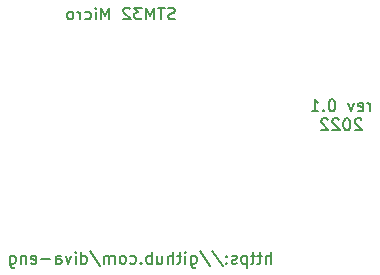
<source format=gbr>
%TF.GenerationSoftware,KiCad,Pcbnew,(6.0.5)*%
%TF.CreationDate,2022-05-28T10:37:04-07:00*%
%TF.ProjectId,stm32,73746d33-322e-46b6-9963-61645f706362,rev?*%
%TF.SameCoordinates,Original*%
%TF.FileFunction,Legend,Bot*%
%TF.FilePolarity,Positive*%
%FSLAX46Y46*%
G04 Gerber Fmt 4.6, Leading zero omitted, Abs format (unit mm)*
G04 Created by KiCad (PCBNEW (6.0.5)) date 2022-05-28 10:37:04*
%MOMM*%
%LPD*%
G01*
G04 APERTURE LIST*
%ADD10C,0.150000*%
%ADD11R,1.700000X1.700000*%
%ADD12O,1.700000X1.700000*%
%ADD13C,0.900000*%
%ADD14C,2.200000*%
%ADD15C,0.600000*%
%ADD16O,1.700000X0.900000*%
%ADD17O,2.000000X0.900000*%
G04 APERTURE END LIST*
D10*
X83101428Y-78834761D02*
X82958571Y-78882380D01*
X82720476Y-78882380D01*
X82625238Y-78834761D01*
X82577619Y-78787142D01*
X82530000Y-78691904D01*
X82530000Y-78596666D01*
X82577619Y-78501428D01*
X82625238Y-78453809D01*
X82720476Y-78406190D01*
X82910952Y-78358571D01*
X83006190Y-78310952D01*
X83053809Y-78263333D01*
X83101428Y-78168095D01*
X83101428Y-78072857D01*
X83053809Y-77977619D01*
X83006190Y-77930000D01*
X82910952Y-77882380D01*
X82672857Y-77882380D01*
X82530000Y-77930000D01*
X82244285Y-77882380D02*
X81672857Y-77882380D01*
X81958571Y-78882380D02*
X81958571Y-77882380D01*
X81339523Y-78882380D02*
X81339523Y-77882380D01*
X81006190Y-78596666D01*
X80672857Y-77882380D01*
X80672857Y-78882380D01*
X80291904Y-77882380D02*
X79672857Y-77882380D01*
X80006190Y-78263333D01*
X79863333Y-78263333D01*
X79768095Y-78310952D01*
X79720476Y-78358571D01*
X79672857Y-78453809D01*
X79672857Y-78691904D01*
X79720476Y-78787142D01*
X79768095Y-78834761D01*
X79863333Y-78882380D01*
X80149047Y-78882380D01*
X80244285Y-78834761D01*
X80291904Y-78787142D01*
X79291904Y-77977619D02*
X79244285Y-77930000D01*
X79149047Y-77882380D01*
X78910952Y-77882380D01*
X78815714Y-77930000D01*
X78768095Y-77977619D01*
X78720476Y-78072857D01*
X78720476Y-78168095D01*
X78768095Y-78310952D01*
X79339523Y-78882380D01*
X78720476Y-78882380D01*
X77530000Y-78882380D02*
X77530000Y-77882380D01*
X77196666Y-78596666D01*
X76863333Y-77882380D01*
X76863333Y-78882380D01*
X76387142Y-78882380D02*
X76387142Y-78215714D01*
X76387142Y-77882380D02*
X76434761Y-77930000D01*
X76387142Y-77977619D01*
X76339523Y-77930000D01*
X76387142Y-77882380D01*
X76387142Y-77977619D01*
X75482380Y-78834761D02*
X75577619Y-78882380D01*
X75768095Y-78882380D01*
X75863333Y-78834761D01*
X75910952Y-78787142D01*
X75958571Y-78691904D01*
X75958571Y-78406190D01*
X75910952Y-78310952D01*
X75863333Y-78263333D01*
X75768095Y-78215714D01*
X75577619Y-78215714D01*
X75482380Y-78263333D01*
X75053809Y-78882380D02*
X75053809Y-78215714D01*
X75053809Y-78406190D02*
X75006190Y-78310952D01*
X74958571Y-78263333D01*
X74863333Y-78215714D01*
X74768095Y-78215714D01*
X74291904Y-78882380D02*
X74387142Y-78834761D01*
X74434761Y-78787142D01*
X74482380Y-78691904D01*
X74482380Y-78406190D01*
X74434761Y-78310952D01*
X74387142Y-78263333D01*
X74291904Y-78215714D01*
X74149047Y-78215714D01*
X74053809Y-78263333D01*
X74006190Y-78310952D01*
X73958571Y-78406190D01*
X73958571Y-78691904D01*
X74006190Y-78787142D01*
X74053809Y-78834761D01*
X74149047Y-78882380D01*
X74291904Y-78882380D01*
X91222619Y-99552380D02*
X91222619Y-98552380D01*
X90794047Y-99552380D02*
X90794047Y-99028571D01*
X90841666Y-98933333D01*
X90936904Y-98885714D01*
X91079761Y-98885714D01*
X91175000Y-98933333D01*
X91222619Y-98980952D01*
X90460714Y-98885714D02*
X90079761Y-98885714D01*
X90317857Y-98552380D02*
X90317857Y-99409523D01*
X90270238Y-99504761D01*
X90175000Y-99552380D01*
X90079761Y-99552380D01*
X89889285Y-98885714D02*
X89508333Y-98885714D01*
X89746428Y-98552380D02*
X89746428Y-99409523D01*
X89698809Y-99504761D01*
X89603571Y-99552380D01*
X89508333Y-99552380D01*
X89175000Y-98885714D02*
X89175000Y-99885714D01*
X89175000Y-98933333D02*
X89079761Y-98885714D01*
X88889285Y-98885714D01*
X88794047Y-98933333D01*
X88746428Y-98980952D01*
X88698809Y-99076190D01*
X88698809Y-99361904D01*
X88746428Y-99457142D01*
X88794047Y-99504761D01*
X88889285Y-99552380D01*
X89079761Y-99552380D01*
X89175000Y-99504761D01*
X88317857Y-99504761D02*
X88222619Y-99552380D01*
X88032142Y-99552380D01*
X87936904Y-99504761D01*
X87889285Y-99409523D01*
X87889285Y-99361904D01*
X87936904Y-99266666D01*
X88032142Y-99219047D01*
X88175000Y-99219047D01*
X88270238Y-99171428D01*
X88317857Y-99076190D01*
X88317857Y-99028571D01*
X88270238Y-98933333D01*
X88175000Y-98885714D01*
X88032142Y-98885714D01*
X87936904Y-98933333D01*
X87460714Y-99457142D02*
X87413095Y-99504761D01*
X87460714Y-99552380D01*
X87508333Y-99504761D01*
X87460714Y-99457142D01*
X87460714Y-99552380D01*
X87460714Y-98933333D02*
X87413095Y-98980952D01*
X87460714Y-99028571D01*
X87508333Y-98980952D01*
X87460714Y-98933333D01*
X87460714Y-99028571D01*
X86270238Y-98504761D02*
X87127380Y-99790476D01*
X85222619Y-98504761D02*
X86079761Y-99790476D01*
X84460714Y-98885714D02*
X84460714Y-99695238D01*
X84508333Y-99790476D01*
X84555952Y-99838095D01*
X84651190Y-99885714D01*
X84794047Y-99885714D01*
X84889285Y-99838095D01*
X84460714Y-99504761D02*
X84555952Y-99552380D01*
X84746428Y-99552380D01*
X84841666Y-99504761D01*
X84889285Y-99457142D01*
X84936904Y-99361904D01*
X84936904Y-99076190D01*
X84889285Y-98980952D01*
X84841666Y-98933333D01*
X84746428Y-98885714D01*
X84555952Y-98885714D01*
X84460714Y-98933333D01*
X83984523Y-99552380D02*
X83984523Y-98885714D01*
X83984523Y-98552380D02*
X84032142Y-98600000D01*
X83984523Y-98647619D01*
X83936904Y-98600000D01*
X83984523Y-98552380D01*
X83984523Y-98647619D01*
X83651190Y-98885714D02*
X83270238Y-98885714D01*
X83508333Y-98552380D02*
X83508333Y-99409523D01*
X83460714Y-99504761D01*
X83365476Y-99552380D01*
X83270238Y-99552380D01*
X82936904Y-99552380D02*
X82936904Y-98552380D01*
X82508333Y-99552380D02*
X82508333Y-99028571D01*
X82555952Y-98933333D01*
X82651190Y-98885714D01*
X82794047Y-98885714D01*
X82889285Y-98933333D01*
X82936904Y-98980952D01*
X81603571Y-98885714D02*
X81603571Y-99552380D01*
X82032142Y-98885714D02*
X82032142Y-99409523D01*
X81984523Y-99504761D01*
X81889285Y-99552380D01*
X81746428Y-99552380D01*
X81651190Y-99504761D01*
X81603571Y-99457142D01*
X81127380Y-99552380D02*
X81127380Y-98552380D01*
X81127380Y-98933333D02*
X81032142Y-98885714D01*
X80841666Y-98885714D01*
X80746428Y-98933333D01*
X80698809Y-98980952D01*
X80651190Y-99076190D01*
X80651190Y-99361904D01*
X80698809Y-99457142D01*
X80746428Y-99504761D01*
X80841666Y-99552380D01*
X81032142Y-99552380D01*
X81127380Y-99504761D01*
X80222619Y-99457142D02*
X80175000Y-99504761D01*
X80222619Y-99552380D01*
X80270238Y-99504761D01*
X80222619Y-99457142D01*
X80222619Y-99552380D01*
X79317857Y-99504761D02*
X79413095Y-99552380D01*
X79603571Y-99552380D01*
X79698809Y-99504761D01*
X79746428Y-99457142D01*
X79794047Y-99361904D01*
X79794047Y-99076190D01*
X79746428Y-98980952D01*
X79698809Y-98933333D01*
X79603571Y-98885714D01*
X79413095Y-98885714D01*
X79317857Y-98933333D01*
X78746428Y-99552380D02*
X78841666Y-99504761D01*
X78889285Y-99457142D01*
X78936904Y-99361904D01*
X78936904Y-99076190D01*
X78889285Y-98980952D01*
X78841666Y-98933333D01*
X78746428Y-98885714D01*
X78603571Y-98885714D01*
X78508333Y-98933333D01*
X78460714Y-98980952D01*
X78413095Y-99076190D01*
X78413095Y-99361904D01*
X78460714Y-99457142D01*
X78508333Y-99504761D01*
X78603571Y-99552380D01*
X78746428Y-99552380D01*
X77984523Y-99552380D02*
X77984523Y-98885714D01*
X77984523Y-98980952D02*
X77936904Y-98933333D01*
X77841666Y-98885714D01*
X77698809Y-98885714D01*
X77603571Y-98933333D01*
X77555952Y-99028571D01*
X77555952Y-99552380D01*
X77555952Y-99028571D02*
X77508333Y-98933333D01*
X77413095Y-98885714D01*
X77270238Y-98885714D01*
X77175000Y-98933333D01*
X77127380Y-99028571D01*
X77127380Y-99552380D01*
X75936904Y-98504761D02*
X76794047Y-99790476D01*
X75175000Y-99552380D02*
X75175000Y-98552380D01*
X75175000Y-99504761D02*
X75270238Y-99552380D01*
X75460714Y-99552380D01*
X75555952Y-99504761D01*
X75603571Y-99457142D01*
X75651190Y-99361904D01*
X75651190Y-99076190D01*
X75603571Y-98980952D01*
X75555952Y-98933333D01*
X75460714Y-98885714D01*
X75270238Y-98885714D01*
X75175000Y-98933333D01*
X74698809Y-99552380D02*
X74698809Y-98885714D01*
X74698809Y-98552380D02*
X74746428Y-98600000D01*
X74698809Y-98647619D01*
X74651190Y-98600000D01*
X74698809Y-98552380D01*
X74698809Y-98647619D01*
X74317857Y-98885714D02*
X74079761Y-99552380D01*
X73841666Y-98885714D01*
X73032142Y-99552380D02*
X73032142Y-99028571D01*
X73079761Y-98933333D01*
X73175000Y-98885714D01*
X73365476Y-98885714D01*
X73460714Y-98933333D01*
X73032142Y-99504761D02*
X73127380Y-99552380D01*
X73365476Y-99552380D01*
X73460714Y-99504761D01*
X73508333Y-99409523D01*
X73508333Y-99314285D01*
X73460714Y-99219047D01*
X73365476Y-99171428D01*
X73127380Y-99171428D01*
X73032142Y-99123809D01*
X72555952Y-99171428D02*
X71794047Y-99171428D01*
X70936904Y-99504761D02*
X71032142Y-99552380D01*
X71222619Y-99552380D01*
X71317857Y-99504761D01*
X71365476Y-99409523D01*
X71365476Y-99028571D01*
X71317857Y-98933333D01*
X71222619Y-98885714D01*
X71032142Y-98885714D01*
X70936904Y-98933333D01*
X70889285Y-99028571D01*
X70889285Y-99123809D01*
X71365476Y-99219047D01*
X70460714Y-98885714D02*
X70460714Y-99552380D01*
X70460714Y-98980952D02*
X70413095Y-98933333D01*
X70317857Y-98885714D01*
X70175000Y-98885714D01*
X70079761Y-98933333D01*
X70032142Y-99028571D01*
X70032142Y-99552380D01*
X69127380Y-98885714D02*
X69127380Y-99695238D01*
X69175000Y-99790476D01*
X69222619Y-99838095D01*
X69317857Y-99885714D01*
X69460714Y-99885714D01*
X69555952Y-99838095D01*
X69127380Y-99504761D02*
X69222619Y-99552380D01*
X69413095Y-99552380D01*
X69508333Y-99504761D01*
X69555952Y-99457142D01*
X69603571Y-99361904D01*
X69603571Y-99076190D01*
X69555952Y-98980952D01*
X69508333Y-98933333D01*
X69413095Y-98885714D01*
X69222619Y-98885714D01*
X69127380Y-98933333D01*
X99627380Y-86647380D02*
X99627380Y-85980714D01*
X99627380Y-86171190D02*
X99579761Y-86075952D01*
X99532142Y-86028333D01*
X99436904Y-85980714D01*
X99341666Y-85980714D01*
X98627380Y-86599761D02*
X98722619Y-86647380D01*
X98913095Y-86647380D01*
X99008333Y-86599761D01*
X99055952Y-86504523D01*
X99055952Y-86123571D01*
X99008333Y-86028333D01*
X98913095Y-85980714D01*
X98722619Y-85980714D01*
X98627380Y-86028333D01*
X98579761Y-86123571D01*
X98579761Y-86218809D01*
X99055952Y-86314047D01*
X98246428Y-85980714D02*
X98008333Y-86647380D01*
X97770238Y-85980714D01*
X96436904Y-85647380D02*
X96341666Y-85647380D01*
X96246428Y-85695000D01*
X96198809Y-85742619D01*
X96151190Y-85837857D01*
X96103571Y-86028333D01*
X96103571Y-86266428D01*
X96151190Y-86456904D01*
X96198809Y-86552142D01*
X96246428Y-86599761D01*
X96341666Y-86647380D01*
X96436904Y-86647380D01*
X96532142Y-86599761D01*
X96579761Y-86552142D01*
X96627380Y-86456904D01*
X96675000Y-86266428D01*
X96675000Y-86028333D01*
X96627380Y-85837857D01*
X96579761Y-85742619D01*
X96532142Y-85695000D01*
X96436904Y-85647380D01*
X95675000Y-86552142D02*
X95627380Y-86599761D01*
X95675000Y-86647380D01*
X95722619Y-86599761D01*
X95675000Y-86552142D01*
X95675000Y-86647380D01*
X94675000Y-86647380D02*
X95246428Y-86647380D01*
X94960714Y-86647380D02*
X94960714Y-85647380D01*
X95055952Y-85790238D01*
X95151190Y-85885476D01*
X95246428Y-85933095D01*
X98889285Y-87352619D02*
X98841666Y-87305000D01*
X98746428Y-87257380D01*
X98508333Y-87257380D01*
X98413095Y-87305000D01*
X98365476Y-87352619D01*
X98317857Y-87447857D01*
X98317857Y-87543095D01*
X98365476Y-87685952D01*
X98936904Y-88257380D01*
X98317857Y-88257380D01*
X97698809Y-87257380D02*
X97603571Y-87257380D01*
X97508333Y-87305000D01*
X97460714Y-87352619D01*
X97413095Y-87447857D01*
X97365476Y-87638333D01*
X97365476Y-87876428D01*
X97413095Y-88066904D01*
X97460714Y-88162142D01*
X97508333Y-88209761D01*
X97603571Y-88257380D01*
X97698809Y-88257380D01*
X97794047Y-88209761D01*
X97841666Y-88162142D01*
X97889285Y-88066904D01*
X97936904Y-87876428D01*
X97936904Y-87638333D01*
X97889285Y-87447857D01*
X97841666Y-87352619D01*
X97794047Y-87305000D01*
X97698809Y-87257380D01*
X96984523Y-87352619D02*
X96936904Y-87305000D01*
X96841666Y-87257380D01*
X96603571Y-87257380D01*
X96508333Y-87305000D01*
X96460714Y-87352619D01*
X96413095Y-87447857D01*
X96413095Y-87543095D01*
X96460714Y-87685952D01*
X97032142Y-88257380D01*
X96413095Y-88257380D01*
X96032142Y-87352619D02*
X95984523Y-87305000D01*
X95889285Y-87257380D01*
X95651190Y-87257380D01*
X95555952Y-87305000D01*
X95508333Y-87352619D01*
X95460714Y-87447857D01*
X95460714Y-87543095D01*
X95508333Y-87685952D01*
X96079761Y-88257380D01*
X95460714Y-88257380D01*
%LPC*%
D11*
%TO.C,J5*%
X61625000Y-86280000D03*
D12*
X61625000Y-88820000D03*
X61625000Y-91360000D03*
X61625000Y-93900000D03*
X61625000Y-96440000D03*
%TD*%
D11*
%TO.C,J2*%
X83050000Y-74550000D03*
D12*
X80510000Y-74550000D03*
X77970000Y-74550000D03*
X75430000Y-74550000D03*
%TD*%
D11*
%TO.C,J4*%
X73170000Y-101500000D03*
D12*
X75710000Y-101500000D03*
X78250000Y-101500000D03*
X80790000Y-101500000D03*
%TD*%
D13*
%TO.C,SW1*%
X68490000Y-78600000D03*
X68490000Y-75600000D03*
%TD*%
D14*
%TO.C,H3*%
X98000000Y-74000000D03*
%TD*%
%TO.C,H2*%
X61000000Y-101000000D03*
%TD*%
%TO.C,H4*%
X98000000Y-101000000D03*
%TD*%
D15*
%TO.C,J1*%
X95575000Y-84110000D03*
X95575000Y-89890000D03*
D16*
X99265000Y-91320000D03*
D17*
X95095000Y-82680000D03*
D16*
X99265000Y-82680000D03*
D17*
X95095000Y-91320000D03*
%TD*%
D14*
%TO.C,H1*%
X61000000Y-74000000D03*
%TD*%
M02*

</source>
